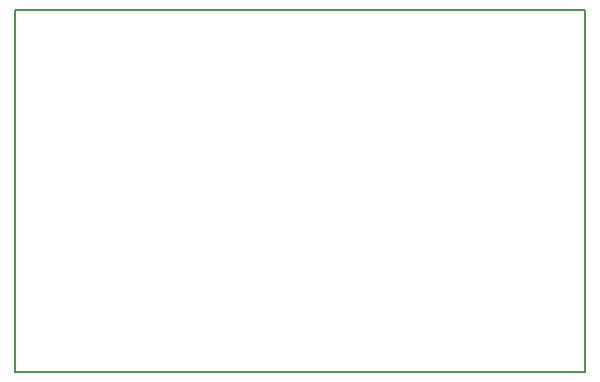
<source format=gbo>
G04 MADE WITH FRITZING*
G04 WWW.FRITZING.ORG*
G04 DOUBLE SIDED*
G04 HOLES PLATED*
G04 CONTOUR ON CENTER OF CONTOUR VECTOR*
%ASAXBY*%
%FSLAX23Y23*%
%MOIN*%
%OFA0B0*%
%SFA1.0B1.0*%
%ADD10R,1.904840X1.214450X1.888840X1.198450*%
%ADD11C,0.008000*%
%LNSILK0*%
G90*
G70*
G54D11*
X4Y1210D02*
X1901Y1210D01*
X1901Y4D01*
X4Y4D01*
X4Y1210D01*
D02*
G04 End of Silk0*
M02*
</source>
